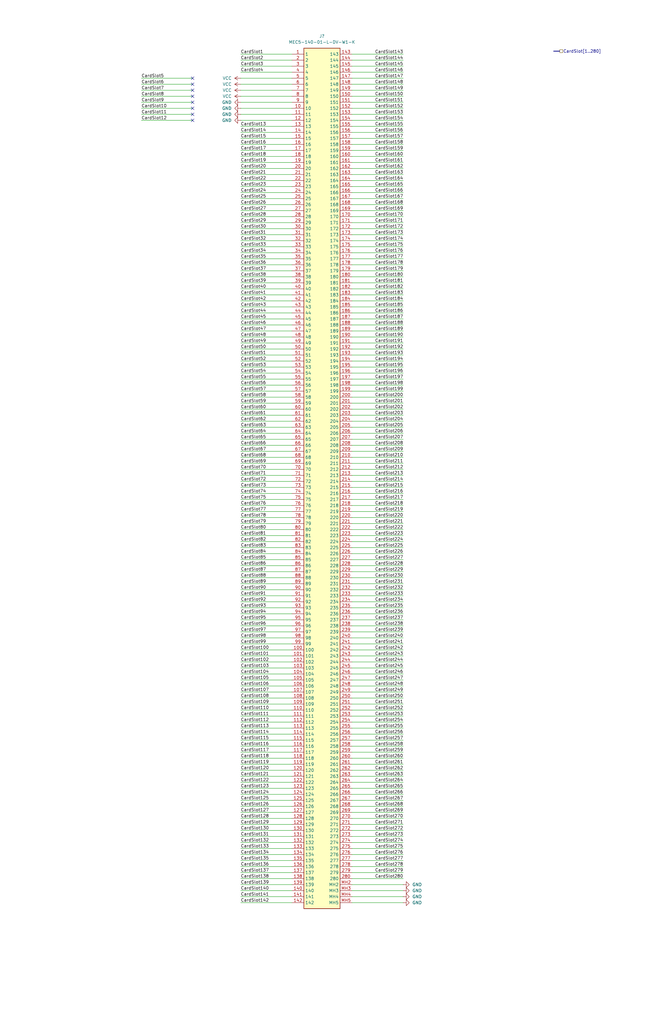
<source format=kicad_sch>
(kicad_sch (version 20250114) (generator "eeschema") (generator_version "9.0")
  (paper "USLedger" portrait)
  (title_block (date "2023-04-07") (rev "A"))
  (lib_symbols
    (symbol "Turtle16:MEC5-140-01-L-DV-W1-K"
      (property "Reference" "J" (at 21.59 7.62 0))
      (property "Value" "MEC5-140-01-L-DV-W1-K" (at 21.59 5.08 0))
      (symbol "MEC5-140-01-L-DV-W1-K_1_1"
        (rectangle (start 5.08 2.54) (end 20.32 -360.68) (stroke (width 0.254)) (fill (type background)))
        (pin passive line (at 0 0 0) (length 5.08) (name "1") (number "1"))
        (pin passive line (at 0 -2.54 0) (length 5.08) (name "2") (number "2"))
        (pin passive line (at 0 -5.08 0) (length 5.08) (name "3") (number "3"))
        (pin passive line (at 0 -7.62 0) (length 5.08) (name "4") (number "4"))
        (pin passive line (at 0 -10.16 0) (length 5.08) (name "5") (number "5"))
        (pin passive line (at 0 -12.7 0) (length 5.08) (name "6") (number "6"))
        (pin passive line (at 0 -15.24 0) (length 5.08) (name "7") (number "7"))
        (pin passive line (at 0 -17.78 0) (length 5.08) (name "8") (number "8"))
        (pin passive line (at 0 -20.32 0) (length 5.08) (name "9") (number "9"))
        (pin passive line (at 0 -22.86 0) (length 5.08) (name "10") (number "10"))
        (pin passive line (at 0 -25.4 0) (length 5.08) (name "11") (number "11"))
        (pin passive line (at 0 -27.94 0) (length 5.08) (name "12") (number "12"))
        (pin passive line (at 0 -30.48 0) (length 5.08) (name "13") (number "13"))
        (pin passive line (at 0 -33.02 0) (length 5.08) (name "14") (number "14"))
        (pin passive line (at 0 -35.56 0) (length 5.08) (name "15") (number "15"))
        (pin passive line (at 0 -38.1 0) (length 5.08) (name "16") (number "16"))
        (pin passive line (at 0 -40.64 0) (length 5.08) (name "17") (number "17"))
        (pin passive line (at 0 -43.18 0) (length 5.08) (name "18") (number "18"))
        (pin passive line (at 0 -45.72 0) (length 5.08) (name "19") (number "19"))
        (pin passive line (at 0 -48.26 0) (length 5.08) (name "20") (number "20"))
        (pin passive line (at 0 -50.8 0) (length 5.08) (name "21") (number "21"))
        (pin passive line (at 0 -53.34 0) (length 5.08) (name "22") (number "22"))
        (pin passive line (at 0 -55.88 0) (length 5.08) (name "23") (number "23"))
        (pin passive line (at 0 -58.42 0) (length 5.08) (name "24") (number "24"))
        (pin passive line (at 0 -60.96 0) (length 5.08) (name "25") (number "25"))
        (pin passive line (at 0 -63.5 0) (length 5.08) (name "26") (number "26"))
        (pin passive line (at 0 -66.04 0) (length 5.08) (name "27") (number "27"))
        (pin passive line (at 0 -68.58 0) (length 5.08) (name "28") (number "28"))
        (pin passive line (at 0 -71.12 0) (length 5.08) (name "29") (number "29"))
        (pin passive line (at 0 -73.66 0) (length 5.08) (name "30") (number "30"))
        (pin passive line (at 0 -76.2 0) (length 5.08) (name "31") (number "31"))
        (pin passive line (at 0 -78.74 0) (length 5.08) (name "32") (number "32"))
        (pin passive line (at 0 -81.28 0) (length 5.08) (name "33") (number "33"))
        (pin passive line (at 0 -83.82 0) (length 5.08) (name "34") (number "34"))
        (pin passive line (at 0 -86.36 0) (length 5.08) (name "35") (number "35"))
        (pin passive line (at 0 -88.9 0) (length 5.08) (name "36") (number "36"))
        (pin passive line (at 0 -91.44 0) (length 5.08) (name "37") (number "37"))
        (pin passive line (at 0 -93.98 0) (length 5.08) (name "38") (number "38"))
        (pin passive line (at 0 -96.52 0) (length 5.08) (name "39") (number "39"))
        (pin passive line (at 0 -99.06 0) (length 5.08) (name "40") (number "40"))
        (pin passive line (at 0 -101.6 0) (length 5.08) (name "41") (number "41"))
        (pin passive line (at 0 -104.14 0) (length 5.08) (name "42") (number "42"))
        (pin passive line (at 0 -106.68 0) (length 5.08) (name "43") (number "43"))
        (pin passive line (at 0 -109.22 0) (length 5.08) (name "44") (number "44"))
        (pin passive line (at 0 -111.76 0) (length 5.08) (name "45") (number "45"))
        (pin passive line (at 0 -114.3 0) (length 5.08) (name "46") (number "46"))
        (pin passive line (at 0 -116.84 0) (length 5.08) (name "47") (number "47"))
        (pin passive line (at 0 -119.38 0) (length 5.08) (name "48") (number "48"))
        (pin passive line (at 0 -121.92 0) (length 5.08) (name "49") (number "49"))
        (pin passive line (at 0 -124.46 0) (length 5.08) (name "50") (number "50"))
        (pin passive line (at 0 -127 0) (length 5.08) (name "51") (number "51"))
        (pin passive line (at 0 -129.54 0) (length 5.08) (name "52") (number "52"))
        (pin passive line (at 0 -132.08 0) (length 5.08) (name "53") (number "53"))
        (pin passive line (at 0 -134.62 0) (length 5.08) (name "54") (number "54"))
        (pin passive line (at 0 -137.16 0) (length 5.08) (name "55") (number "55"))
        (pin passive line (at 0 -139.7 0) (length 5.08) (name "56") (number "56"))
        (pin passive line (at 0 -142.24 0) (length 5.08) (name "57") (number "57"))
        (pin passive line (at 0 -144.78 0) (length 5.08) (name "58") (number "58"))
        (pin passive line (at 0 -147.32 0) (length 5.08) (name "59") (number "59"))
        (pin passive line (at 0 -149.86 0) (length 5.08) (name "60") (number "60"))
        (pin passive line (at 0 -152.4 0) (length 5.08) (name "61") (number "61"))
        (pin passive line (at 0 -154.94 0) (length 5.08) (name "62") (number "62"))
        (pin passive line (at 0 -157.48 0) (length 5.08) (name "63") (number "63"))
        (pin passive line (at 0 -160.02 0) (length 5.08) (name "64") (number "64"))
        (pin passive line (at 0 -162.56 0) (length 5.08) (name "65") (number "65"))
        (pin passive line (at 0 -165.1 0) (length 5.08) (name "66") (number "66"))
        (pin passive line (at 0 -167.64 0) (length 5.08) (name "67") (number "67"))
        (pin passive line (at 0 -170.18 0) (length 5.08) (name "68") (number "68"))
        (pin passive line (at 0 -172.72 0) (length 5.08) (name "69") (number "69"))
        (pin passive line (at 0 -175.26 0) (length 5.08) (name "70") (number "70"))
        (pin passive line (at 0 -177.8 0) (length 5.08) (name "71") (number "71"))
        (pin passive line (at 0 -180.34 0) (length 5.08) (name "72") (number "72"))
        (pin passive line (at 0 -182.88 0) (length 5.08) (name "73") (number "73"))
        (pin passive line (at 0 -185.42 0) (length 5.08) (name "74") (number "74"))
        (pin passive line (at 0 -187.96 0) (length 5.08) (name "75") (number "75"))
        (pin passive line (at 0 -190.5 0) (length 5.08) (name "76") (number "76"))
        (pin passive line (at 0 -193.04 0) (length 5.08) (name "77") (number "77"))
        (pin passive line (at 0 -195.58 0) (length 5.08) (name "78") (number "78"))
        (pin passive line (at 0 -198.12 0) (length 5.08) (name "79") (number "79"))
        (pin passive line (at 0 -200.66 0) (length 5.08) (name "80") (number "80"))
        (pin passive line (at 0 -203.2 0) (length 5.08) (name "81") (number "81"))
        (pin passive line (at 0 -205.74 0) (length 5.08) (name "82") (number "82"))
        (pin passive line (at 0 -208.28 0) (length 5.08) (name "83") (number "83"))
        (pin passive line (at 0 -210.82 0) (length 5.08) (name "84") (number "84"))
        (pin passive line (at 0 -213.36 0) (length 5.08) (name "85") (number "85"))
        (pin passive line (at 0 -215.9 0) (length 5.08) (name "86") (number "86"))
        (pin passive line (at 0 -218.44 0) (length 5.08) (name "87") (number "87"))
        (pin passive line (at 0 -220.98 0) (length 5.08) (name "88") (number "88"))
        (pin passive line (at 0 -223.52 0) (length 5.08) (name "89") (number "89"))
        (pin passive line (at 0 -226.06 0) (length 5.08) (name "90") (number "90"))
        (pin passive line (at 0 -228.6 0) (length 5.08) (name "91") (number "91"))
        (pin passive line (at 0 -231.14 0) (length 5.08) (name "92") (number "92"))
        (pin passive line (at 0 -233.68 0) (length 5.08) (name "93") (number "93"))
        (pin passive line (at 0 -236.22 0) (length 5.08) (name "94") (number "94"))
        (pin passive line (at 0 -238.76 0) (length 5.08) (name "95") (number "95"))
        (pin passive line (at 0 -241.3 0) (length 5.08) (name "96") (number "96"))
        (pin passive line (at 0 -243.84 0) (length 5.08) (name "97") (number "97"))
        (pin passive line (at 0 -246.38 0) (length 5.08) (name "98") (number "98"))
        (pin passive line (at 0 -248.92 0) (length 5.08) (name "99") (number "99"))
        (pin passive line (at 0 -251.46 0) (length 5.08) (name "100") (number "100"))
        (pin passive line (at 0 -254 0) (length 5.08) (name "101") (number "101"))
        (pin passive line (at 0 -256.54 0) (length 5.08) (name "102") (number "102"))
        (pin passive line (at 0 -259.08 0) (length 5.08) (name "103") (number "103"))
        (pin passive line (at 0 -261.62 0) (length 5.08) (name "104") (number "104"))
        (pin passive line (at 0 -264.16 0) (length 5.08) (name "105") (number "105"))
        (pin passive line (at 0 -266.7 0) (length 5.08) (name "106") (number "106"))
        (pin passive line (at 0 -269.24 0) (length 5.08) (name "107") (number "107"))
        (pin passive line (at 0 -271.78 0) (length 5.08) (name "108") (number "108"))
        (pin passive line (at 0 -274.32 0) (length 5.08) (name "109") (number "109"))
        (pin passive line (at 0 -276.86 0) (length 5.08) (name "110") (number "110"))
        (pin passive line (at 0 -279.4 0) (length 5.08) (name "111") (number "111"))
        (pin passive line (at 0 -281.94 0) (length 5.08) (name "112") (number "112"))
        (pin passive line (at 0 -284.48 0) (length 5.08) (name "113") (number "113"))
        (pin passive line (at 0 -287.02 0) (length 5.08) (name "114") (number "114"))
        (pin passive line (at 0 -289.56 0) (length 5.08) (name "115") (number "115"))
        (pin passive line (at 0 -292.1 0) (length 5.08) (name "116") (number "116"))
        (pin passive line (at 0 -294.64 0) (length 5.08) (name "117") (number "117"))
        (pin passive line (at 0 -297.18 0) (length 5.08) (name "118") (number "118"))
        (pin passive line (at 0 -299.72 0) (length 5.08) (name "119") (number "119"))
        (pin passive line (at 0 -302.26 0) (length 5.08) (name "120") (number "120"))
        (pin passive line (at 0 -304.8 0) (length 5.08) (name "121") (number "121"))
        (pin passive line (at 0 -307.34 0) (length 5.08) (name "122") (number "122"))
        (pin passive line (at 0 -309.88 0) (length 5.08) (name "123") (number "123"))
        (pin passive line (at 0 -312.42 0) (length 5.08) (name "124") (number "124"))
        (pin passive line (at 0 -314.96 0) (length 5.08) (name "125") (number "125"))
        (pin passive line (at 0 -317.5 0) (length 5.08) (name "126") (number "126"))
        (pin passive line (at 0 -320.04 0) (length 5.08) (name "127") (number "127"))
        (pin passive line (at 0 -322.58 0) (length 5.08) (name "128") (number "128"))
        (pin passive line (at 0 -325.12 0) (length 5.08) (name "129") (number "129"))
        (pin passive line (at 0 -327.66 0) (length 5.08) (name "130") (number "130"))
        (pin passive line (at 0 -330.2 0) (length 5.08) (name "131") (number "131"))
        (pin passive line (at 0 -332.74 0) (length 5.08) (name "132") (number "132"))
        (pin passive line (at 0 -335.28 0) (length 5.08) (name "133") (number "133"))
        (pin passive line (at 0 -337.82 0) (length 5.08) (name "134") (number "134"))
        (pin passive line (at 0 -340.36 0) (length 5.08) (name "135") (number "135"))
        (pin passive line (at 0 -342.9 0) (length 5.08) (name "136") (number "136"))
        (pin passive line (at 0 -345.44 0) (length 5.08) (name "137") (number "137"))
        (pin passive line (at 0 -347.98 0) (length 5.08) (name "138") (number "138"))
        (pin passive line (at 0 -350.52 0) (length 5.08) (name "139") (number "139"))
        (pin passive line (at 0 -353.06 0) (length 5.08) (name "140") (number "140"))
        (pin passive line (at 0 -355.6 0) (length 5.08) (name "141") (number "141"))
        (pin passive line (at 0 -358.14 0) (length 5.08) (name "142") (number "142"))
        (pin passive line (at 25.4 0 180) (length 5.08) (name "143") (number "143"))
        (pin passive line (at 25.4 -2.54 180) (length 5.08) (name "144") (number "144"))
        (pin passive line (at 25.4 -5.08 180) (length 5.08) (name "145") (number "145"))
        (pin passive line (at 25.4 -7.62 180) (length 5.08) (name "146") (number "146"))
        (pin passive line (at 25.4 -10.16 180) (length 5.08) (name "147") (number "147"))
        (pin passive line (at 25.4 -12.7 180) (length 5.08) (name "148") (number "148"))
        (pin passive line (at 25.4 -15.24 180) (length 5.08) (name "149") (number "149"))
        (pin passive line (at 25.4 -17.78 180) (length 5.08) (name "150") (number "150"))
        (pin passive line (at 25.4 -20.32 180) (length 5.08) (name "151") (number "151"))
        (pin passive line (at 25.4 -22.86 180) (length 5.08) (name "152") (number "152"))
        (pin passive line (at 25.4 -25.4 180) (length 5.08) (name "153") (number "153"))
        (pin passive line (at 25.4 -27.94 180) (length 5.08) (name "154") (number "154"))
        (pin passive line (at 25.4 -30.48 180) (length 5.08) (name "155") (number "155"))
        (pin passive line (at 25.4 -33.02 180) (length 5.08) (name "156") (number "156"))
        (pin passive line (at 25.4 -35.56 180) (length 5.08) (name "157") (number "157"))
        (pin passive line (at 25.4 -38.1 180) (length 5.08) (name "158") (number "158"))
        (pin passive line (at 25.4 -40.64 180) (length 5.08) (name "159") (number "159"))
        (pin passive line (at 25.4 -43.18 180) (length 5.08) (name "160") (number "160"))
        (pin passive line (at 25.4 -45.72 180) (length 5.08) (name "161") (number "161"))
        (pin passive line (at 25.4 -48.26 180) (length 5.08) (name "162") (number "162"))
        (pin passive line (at 25.4 -50.8 180) (length 5.08) (name "163") (number "163"))
        (pin passive line (at 25.4 -53.34 180) (length 5.08) (name "164") (number "164"))
        (pin passive line (at 25.4 -55.88 180) (length 5.08) (name "165") (number "165"))
        (pin passive line (at 25.4 -58.42 180) (length 5.08) (name "166") (number "166"))
        (pin passive line (at 25.4 -60.96 180) (length 5.08) (name "167") (number "167"))
        (pin passive line (at 25.4 -63.5 180) (length 5.08) (name "168") (number "168"))
        (pin passive line (at 25.4 -66.04 180) (length 5.08) (name "169") (number "169"))
        (pin passive line (at 25.4 -68.58 180) (length 5.08) (name "170") (number "170"))
        (pin passive line (at 25.4 -71.12 180) (length 5.08) (name "171") (number "171"))
        (pin passive line (at 25.4 -73.66 180) (length 5.08) (name "172") (number "172"))
        (pin passive line (at 25.4 -76.2 180) (length 5.08) (name "173") (number "173"))
        (pin passive line (at 25.4 -78.74 180) (length 5.08) (name "174") (number "174"))
        (pin passive line (at 25.4 -81.28 180) (length 5.08) (name "175") (number "175"))
        (pin passive line (at 25.4 -83.82 180) (length 5.08) (name "176") (number "176"))
        (pin passive line (at 25.4 -86.36 180) (length 5.08) (name "177") (number "177"))
        (pin passive line (at 25.4 -88.9 180) (length 5.08) (name "178") (number "178"))
        (pin passive line (at 25.4 -91.44 180) (length 5.08) (name "179") (number "179"))
        (pin passive line (at 25.4 -93.98 180) (length 5.08) (name "180") (number "180"))
        (pin passive line (at 25.4 -96.52 180) (length 5.08) (name "181") (number "181"))
        (pin passive line (at 25.4 -99.06 180) (length 5.08) (name "182") (number "182"))
        (pin passive line (at 25.4 -101.6 180) (length 5.08) (name "183") (number "183"))
        (pin passive line (at 25.4 -104.14 180) (length 5.08) (name "184") (number "184"))
        (pin passive line (at 25.4 -106.68 180) (length 5.08) (name "185") (number "185"))
        (pin passive line (at 25.4 -109.22 180) (length 5.08) (name "186") (number "186"))
        (pin passive line (at 25.4 -111.76 180) (length 5.08) (name "187") (number "187"))
        (pin passive line (at 25.4 -114.3 180) (length 5.08) (name "188") (number "188"))
        (pin passive line (at 25.4 -116.84 180) (length 5.08) (name "189") (number "189"))
        (pin passive line (at 25.4 -119.38 180) (length 5.08) (name "190") (number "190"))
        (pin passive line (at 25.4 -121.92 180) (length 5.08) (name "191") (number "191"))
        (pin passive line (at 25.4 -124.46 180) (length 5.08) (name "192") (number "192"))
        (pin passive line (at 25.4 -127 180) (length 5.08) (name "193") (number "193"))
        (pin passive line (at 25.4 -129.54 180) (length 5.08) (name "194") (number "194"))
        (pin passive line (at 25.4 -132.08 180) (length 5.08) (name "195") (number "195"))
        (pin passive line (at 25.4 -134.62 180) (length 5.08) (name "196") (number "196"))
        (pin passive line (at 25.4 -137.16 180) (length 5.08) (name "197") (number "197"))
        (pin passive line (at 25.4 -139.7 180) (length 5.08) (name "198") (number "198"))
        (pin passive line (at 25.4 -142.24 180) (length 5.08) (name "199") (number "199"))
        (pin passive line (at 25.4 -144.78 180) (length 5.08) (name "200") (number "200"))
        (pin passive line (at 25.4 -147.32 180) (length 5.08) (name "201") (number "201"))
        (pin passive line (at 25.4 -149.86 180) (length 5.08) (name "202") (number "202"))
        (pin passive line (at 25.4 -152.4 180) (length 5.08) (name "203") (number "203"))
        (pin passive line (at 25.4 -154.94 180) (length 5.08) (name "204") (number "204"))
        (pin passive line (at 25.4 -157.48 180) (length 5.08) (name "205") (number "205"))
        (pin passive line (at 25.4 -160.02 180) (length 5.08) (name "206") (number "206"))
        (pin passive line (at 25.4 -162.56 180) (length 5.08) (name "207") (number "207"))
        (pin passive line (at 25.4 -165.1 180) (length 5.08) (name "208") (number "208"))
        (pin passive line (at 25.4 -167.64 180) (length 5.08) (name "209") (number "209"))
        (pin passive line (at 25.4 -170.18 180) (length 5.08) (name "210") (number "210"))
        (pin passive line (at 25.4 -172.72 180) (length 5.08) (name "211") (number "211"))
        (pin passive line (at 25.4 -175.26 180) (length 5.08) (name "212") (number "212"))
        (pin passive line (at 25.4 -177.8 180) (length 5.08) (name "213") (number "213"))
        (pin passive line (at 25.4 -180.34 180) (length 5.08) (name "214") (number "214"))
        (pin passive line (at 25.4 -182.88 180) (length 5.08) (name "215") (number "215"))
        (pin passive line (at 25.4 -185.42 180) (length 5.08) (name "216") (number "216"))
        (pin passive line (at 25.4 -187.96 180) (length 5.08) (name "217") (number "217"))
        (pin passive line (at 25.4 -190.5 180) (length 5.08) (name "218") (number "218"))
        (pin passive line (at 25.4 -193.04 180) (length 5.08) (name "219") (number "219"))
        (pin passive line (at 25.4 -195.58 180) (length 5.08) (name "220") (number "220"))
        (pin passive line (at 25.4 -198.12 180) (length 5.08) (name "221") (number "221"))
        (pin passive line (at 25.4 -200.66 180) (length 5.08) (name "222") (number "222"))
        (pin passive line (at 25.4 -203.2 180) (length 5.08) (name "223") (number "223"))
        (pin passive line (at 25.4 -205.74 180) (length 5.08) (name "224") (number "224"))
        (pin passive line (at 25.4 -208.28 180) (length 5.08) (name "225") (number "225"))
        (pin passive line (at 25.4 -210.82 180) (length 5.08) (name "226") (number "226"))
        (pin passive line (at 25.4 -213.36 180) (length 5.08) (name "227") (number "227"))
        (pin passive line (at 25.4 -215.9 180) (length 5.08) (name "228") (number "228"))
        (pin passive line (at 25.4 -218.44 180) (length 5.08) (name "229") (number "229"))
        (pin passive line (at 25.4 -220.98 180) (length 5.08) (name "230") (number "230"))
        (pin passive line (at 25.4 -223.52 180) (length 5.08) (name "231") (number "231"))
        (pin passive line (at 25.4 -226.06 180) (length 5.08) (name "232") (number "232"))
        (pin passive line (at 25.4 -228.6 180) (length 5.08) (name "233") (number "233"))
        (pin passive line (at 25.4 -231.14 180) (length 5.08) (name "234") (number "234"))
        (pin passive line (at 25.4 -233.68 180) (length 5.08) (name "235") (number "235"))
        (pin passive line (at 25.4 -236.22 180) (length 5.08) (name "236") (number "236"))
        (pin passive line (at 25.4 -238.76 180) (length 5.08) (name "237") (number "237"))
        (pin passive line (at 25.4 -241.3 180) (length 5.08) (name "238") (number "238"))
        (pin passive line (at 25.4 -243.84 180) (length 5.08) (name "239") (number "239"))
        (pin passive line (at 25.4 -246.38 180) (length 5.08) (name "240") (number "240"))
        (pin passive line (at 25.4 -248.92 180) (length 5.08) (name "241") (number "241"))
        (pin passive line (at 25.4 -251.46 180) (length 5.08) (name "242") (number "242"))
        (pin passive line (at 25.4 -254 180) (length 5.08) (name "243") (number "243"))
        (pin passive line (at 25.4 -256.54 180) (length 5.08) (name "244") (number "244"))
        (pin passive line (at 25.4 -259.08 180) (length 5.08) (name "245") (number "245"))
        (pin passive line (at 25.4 -261.62 180) (length 5.08) (name "246") (number "246"))
        (pin passive line (at 25.4 -264.16 180) (length 5.08) (name "247") (number "247"))
        (pin passive line (at 25.4 -266.7 180) (length 5.08) (name "248") (number "248"))
        (pin passive line (at 25.4 -269.24 180) (length 5.08) (name "249") (number "249"))
        (pin passive line (at 25.4 -271.78 180) (length 5.08) (name "250") (number "250"))
        (pin passive line (at 25.4 -274.32 180) (length 5.08) (name "251") (number "251"))
        (pin passive line (at 25.4 -276.86 180) (length 5.08) (name "252") (number "252"))
        (pin passive line (at 25.4 -279.4 180) (length 5.08) (name "253") (number "253"))
        (pin passive line (at 25.4 -281.94 180) (length 5.08) (name "254") (number "254"))
        (pin passive line (at 25.4 -284.48 180) (length 5.08) (name "255") (number "255"))
        (pin passive line (at 25.4 -287.02 180) (length 5.08) (name "256") (number "256"))
        (pin passive line (at 25.4 -289.56 180) (length 5.08) (name "257") (number "257"))
        (pin passive line (at 25.4 -292.1 180) (length 5.08) (name "258") (number "258"))
        (pin passive line (at 25.4 -294.64 180) (length 5.08) (name "259") (number "259"))
        (pin passive line (at 25.4 -297.18 180) (length 5.08) (name "260") (number "260"))
        (pin passive line (at 25.4 -299.72 180) (length 5.08) (name "261") (number "261"))
        (pin passive line (at 25.4 -302.26 180) (length 5.08) (name "262") (number "262"))
        (pin passive line (at 25.4 -304.8 180) (length 5.08) (name "263") (number "263"))
        (pin passive line (at 25.4 -307.34 180) (length 5.08) (name "264") (number "264"))
        (pin passive line (at 25.4 -309.88 180) (length 5.08) (name "265") (number "265"))
        (pin passive line (at 25.4 -312.42 180) (length 5.08) (name "266") (number "266"))
        (pin passive line (at 25.4 -314.96 180) (length 5.08) (name "267") (number "267"))
        (pin passive line (at 25.4 -317.5 180) (length 5.08) (name "268") (number "268"))
        (pin passive line (at 25.4 -320.04 180) (length 5.08) (name "269") (number "269"))
        (pin passive line (at 25.4 -322.58 180) (length 5.08) (name "270") (number "270"))
        (pin passive line (at 25.4 -325.12 180) (length 5.08) (name "271") (number "271"))
        (pin passive line (at 25.4 -327.66 180) (length 5.08) (name "272") (number "272"))
        (pin passive line (at 25.4 -330.2 180) (length 5.08) (name "273") (number "273"))
        (pin passive line (at 25.4 -332.74 180) (length 5.08) (name "274") (number "274"))
        (pin passive line (at 25.4 -335.28 180) (length 5.08) (name "275") (number "275"))
        (pin passive line (at 25.4 -337.82 180) (length 5.08) (name "276") (number "276"))
        (pin passive line (at 25.4 -340.36 180) (length 5.08) (name "277") (number "277"))
        (pin passive line (at 25.4 -342.9 180) (length 5.08) (name "278") (number "278"))
        (pin passive line (at 25.4 -345.44 180) (length 5.08) (name "279") (number "279"))
        (pin passive line (at 25.4 -347.98 180) (length 5.08) (name "280") (number "280"))
        (pin passive line (at 25.4 -350.52 180) (length 5.08) (name "MH2") (number "MH2"))
        (pin passive line (at 25.4 -353.06 180) (length 5.08) (name "MH3") (number "MH3"))
        (pin passive line (at 25.4 -355.6 180) (length 5.08) (name "MH4") (number "MH4"))
        (pin passive line (at 25.4 -358.14 180) (length 5.08) (name "MH5") (number "MH5"))
      )
    )
    (symbol "power:GND" (power) (pin_numbers (hide yes)) (pin_names (offset 0) (hide yes))
      (property "Value" "GND" (at 0 -3.81 0))
      (symbol "GND_0_1"
        (polyline (pts (xy 0 0) (xy 0 -1.27) (xy 1.27 -1.27) (xy 0 -2.54) (xy -1.27 -1.27) (xy 0 -1.27)))
      )
      (symbol "GND_1_1"
        (pin power_in line (at 0 0 270) (length 0) (name "~") (number "1"))
      )
    )
    (symbol "power:VCC" (power) (pin_numbers (hide yes)) (pin_names (offset 0) (hide yes))
      (property "Value" "VCC" (at 0 3.556 0))
      (symbol "VCC_0_1"
        (polyline (pts (xy -0.762 1.27) (xy 0 2.54)))
        (polyline (pts (xy 0 2.54) (xy 0.762 1.27)))
        (polyline (pts (xy 0 0) (xy 0 2.54)))
      )
      (symbol "VCC_1_1"
        (pin power_in line (at 0 0 90) (length 0) (name "~") (number "1"))
      )
    )
  )
  (no_connect (at 81.28 35.56))
  (no_connect (at 81.28 38.1))
  (no_connect (at 81.28 48.26))
  (no_connect (at 81.28 50.8))
  (no_connect (at 81.28 40.64))
  (no_connect (at 81.28 43.18))
  (no_connect (at 81.28 45.72))
  (no_connect (at 81.28 33.02))
  (wire (pts (xy 101.6 187.96) (xy 123.19 187.96)))
  (wire (pts (xy 101.6 200.66) (xy 123.19 200.66)))
  (wire (pts (xy 170.18 121.92) (xy 148.59 121.92)))
  (wire (pts (xy 170.18 106.68) (xy 148.59 106.68)))
  (wire (pts (xy 101.6 226.06) (xy 123.19 226.06)))
  (wire (pts (xy 101.6 347.98) (xy 123.19 347.98)))
  (wire (pts (xy 101.6 325.12) (xy 123.19 325.12)))
  (wire (pts (xy 170.18 289.56) (xy 148.59 289.56)))
  (wire (pts (xy 170.18 93.98) (xy 148.59 93.98)))
  (wire (pts (xy 101.6 177.8) (xy 123.19 177.8)))
  (wire (pts (xy 101.6 337.82) (xy 123.19 337.82)))
  (wire (pts (xy 101.6 363.22) (xy 123.19 363.22)))
  (wire (pts (xy 170.18 350.52) (xy 148.59 350.52)))
  (wire (pts (xy 170.18 134.62) (xy 148.59 134.62)))
  (wire (pts (xy 101.6 160.02) (xy 123.19 160.02)))
  (wire (pts (xy 101.6 266.7) (xy 123.19 266.7)))
  (wire (pts (xy 170.18 208.28) (xy 148.59 208.28)))
  (wire (pts (xy 101.6 121.92) (xy 123.19 121.92)))
  (wire (pts (xy 101.6 40.64) (xy 123.19 40.64)))
  (wire (pts (xy 101.6 193.04) (xy 123.19 193.04)))
  (wire (pts (xy 170.18 381) (xy 148.59 381)))
  (wire (pts (xy 101.6 195.58) (xy 123.19 195.58)))
  (wire (pts (xy 101.6 106.68) (xy 123.19 106.68)))
  (wire (pts (xy 170.18 342.9) (xy 148.59 342.9)))
  (wire (pts (xy 101.6 378.46) (xy 123.19 378.46)))
  (wire (pts (xy 170.18 325.12) (xy 148.59 325.12)))
  (wire (pts (xy 170.18 142.24) (xy 148.59 142.24)))
  (wire (pts (xy 101.6 281.94) (xy 123.19 281.94)))
  (wire (pts (xy 170.18 167.64) (xy 148.59 167.64)))
  (wire (pts (xy 170.18 99.06) (xy 148.59 99.06)))
  (wire (pts (xy 101.6 284.48) (xy 123.19 284.48)))
  (wire (pts (xy 101.6 142.24) (xy 123.19 142.24)))
  (wire (pts (xy 59.69 40.64) (xy 81.28 40.64)))
  (wire (pts (xy 170.18 363.22) (xy 148.59 363.22)))
  (wire (pts (xy 101.6 109.22) (xy 123.19 109.22)))
  (wire (pts (xy 170.18 378.46) (xy 148.59 378.46)))
  (wire (pts (xy 101.6 127) (xy 123.19 127)))
  (wire (pts (xy 101.6 320.04) (xy 123.19 320.04)))
  (wire (pts (xy 170.18 114.3) (xy 148.59 114.3)))
  (wire (pts (xy 170.18 360.68) (xy 148.59 360.68)))
  (wire (pts (xy 170.18 129.54) (xy 148.59 129.54)))
  (wire (pts (xy 101.6 76.2) (xy 123.19 76.2)))
  (wire (pts (xy 170.18 340.36) (xy 148.59 340.36)))
  (wire (pts (xy 101.6 147.32) (xy 123.19 147.32)))
  (wire (pts (xy 101.6 58.42) (xy 123.19 58.42)))
  (wire (pts (xy 101.6 327.66) (xy 123.19 327.66)))
  (wire (pts (xy 101.6 132.08) (xy 123.19 132.08)))
  (wire (pts (xy 101.6 129.54) (xy 123.19 129.54)))
  (wire (pts (xy 101.6 116.84) (xy 123.19 116.84)))
  (wire (pts (xy 101.6 170.18) (xy 123.19 170.18)))
  (wire (pts (xy 101.6 48.26) (xy 123.19 48.26)))
  (wire (pts (xy 101.6 274.32) (xy 123.19 274.32)))
  (wire (pts (xy 170.18 58.42) (xy 148.59 58.42)))
  (wire (pts (xy 170.18 200.66) (xy 148.59 200.66)))
  (wire (pts (xy 170.18 104.14) (xy 148.59 104.14)))
  (wire (pts (xy 170.18 154.94) (xy 148.59 154.94)))
  (wire (pts (xy 101.6 358.14) (xy 123.19 358.14)))
  (wire (pts (xy 170.18 25.4) (xy 148.59 25.4)))
  (wire (pts (xy 170.18 251.46) (xy 148.59 251.46)))
  (wire (pts (xy 170.18 271.78) (xy 148.59 271.78)))
  (wire (pts (xy 101.6 198.12) (xy 123.19 198.12)))
  (wire (pts (xy 170.18 147.32) (xy 148.59 147.32)))
  (wire (pts (xy 101.6 381) (xy 123.19 381)))
  (wire (pts (xy 170.18 312.42) (xy 148.59 312.42)))
  (wire (pts (xy 170.18 96.52) (xy 148.59 96.52)))
  (wire (pts (xy 101.6 248.92) (xy 123.19 248.92)))
  (wire (pts (xy 170.18 269.24) (xy 148.59 269.24)))
  (wire (pts (xy 59.69 33.02) (xy 81.28 33.02)))
  (wire (pts (xy 101.6 289.56) (xy 123.19 289.56)))
  (wire (pts (xy 170.18 238.76) (xy 148.59 238.76)))
  (wire (pts (xy 170.18 281.94) (xy 148.59 281.94)))
  (wire (pts (xy 101.6 165.1) (xy 123.19 165.1)))
  (wire (pts (xy 101.6 157.48) (xy 123.19 157.48)))
  (wire (pts (xy 101.6 22.86) (xy 123.19 22.86)))
  (wire (pts (xy 101.6 185.42) (xy 123.19 185.42)))
  (wire (pts (xy 101.6 332.74) (xy 123.19 332.74)))
  (wire (pts (xy 170.18 332.74) (xy 148.59 332.74)))
  (wire (pts (xy 170.18 353.06) (xy 148.59 353.06)))
  (wire (pts (xy 101.6 25.4) (xy 123.19 25.4)))
  (wire (pts (xy 170.18 254) (xy 148.59 254)))
  (wire (pts (xy 170.18 111.76) (xy 148.59 111.76)))
  (wire (pts (xy 170.18 63.5) (xy 148.59 63.5)))
  (wire (pts (xy 101.6 208.28) (xy 123.19 208.28)))
  (wire (pts (xy 101.6 93.98) (xy 123.19 93.98)))
  (wire (pts (xy 101.6 38.1) (xy 123.19 38.1)))
  (wire (pts (xy 170.18 137.16) (xy 148.59 137.16)))
  (wire (pts (xy 101.6 96.52) (xy 123.19 96.52)))
  (wire (pts (xy 170.18 109.22) (xy 148.59 109.22)))
  (wire (pts (xy 101.6 231.14) (xy 123.19 231.14)))
  (wire (pts (xy 101.6 259.08) (xy 123.19 259.08)))
  (wire (pts (xy 101.6 124.46) (xy 123.19 124.46)))
  (wire (pts (xy 101.6 241.3) (xy 123.19 241.3)))
  (wire (pts (xy 170.18 60.96) (xy 148.59 60.96)))
  (wire (pts (xy 170.18 193.04) (xy 148.59 193.04)))
  (wire (pts (xy 170.18 132.08) (xy 148.59 132.08)))
  (wire (pts (xy 170.18 170.18) (xy 148.59 170.18)))
  (wire (pts (xy 101.6 345.44) (xy 123.19 345.44)))
  (wire (pts (xy 170.18 68.58) (xy 148.59 68.58)))
  (wire (pts (xy 170.18 33.02) (xy 148.59 33.02)))
  (wire (pts (xy 101.6 243.84) (xy 123.19 243.84)))
  (wire (pts (xy 170.18 284.48) (xy 148.59 284.48)))
  (wire (pts (xy 170.18 347.98) (xy 148.59 347.98)))
  (wire (pts (xy 170.18 279.4) (xy 148.59 279.4)))
  (wire (pts (xy 101.6 294.64) (xy 123.19 294.64)))
  (wire (pts (xy 170.18 124.46) (xy 148.59 124.46)))
  (wire (pts (xy 101.6 68.58) (xy 123.19 68.58)))
  (wire (pts (xy 101.6 144.78) (xy 123.19 144.78)))
  (wire (pts (xy 101.6 154.94) (xy 123.19 154.94)))
  (wire (pts (xy 170.18 71.12) (xy 148.59 71.12)))
  (wire (pts (xy 101.6 83.82) (xy 123.19 83.82)))
  (wire (pts (xy 170.18 370.84) (xy 148.59 370.84)))
  (wire (pts (xy 170.18 337.82) (xy 148.59 337.82)))
  (wire (pts (xy 170.18 187.96) (xy 148.59 187.96)))
  (wire (pts (xy 170.18 220.98) (xy 148.59 220.98)))
  (wire (pts (xy 170.18 139.7) (xy 148.59 139.7)))
  (wire (pts (xy 101.6 254) (xy 123.19 254)))
  (wire (pts (xy 101.6 330.2) (xy 123.19 330.2)))
  (wire (pts (xy 170.18 355.6) (xy 148.59 355.6)))
  (wire (pts (xy 170.18 375.92) (xy 148.59 375.92)))
  (wire (pts (xy 101.6 78.74) (xy 123.19 78.74)))
  (wire (pts (xy 101.6 355.6) (xy 123.19 355.6)))
  (wire (pts (xy 170.18 50.8) (xy 148.59 50.8)))
  (wire (pts (xy 101.6 134.62) (xy 123.19 134.62)))
  (wire (pts (xy 170.18 160.02) (xy 148.59 160.02)))
  (wire (pts (xy 170.18 73.66) (xy 148.59 73.66)))
  (wire (pts (xy 101.6 55.88) (xy 123.19 55.88)))
  (wire (pts (xy 101.6 299.72) (xy 123.19 299.72)))
  (wire (pts (xy 101.6 104.14) (xy 123.19 104.14)))
  (wire (pts (xy 101.6 139.7) (xy 123.19 139.7)))
  (wire (pts (xy 101.6 314.96) (xy 123.19 314.96)))
  (wire (pts (xy 170.18 264.16) (xy 148.59 264.16)))
  (wire (pts (xy 170.18 345.44) (xy 148.59 345.44)))
  (wire (pts (xy 170.18 88.9) (xy 148.59 88.9)))
  (wire (pts (xy 101.6 71.12) (xy 123.19 71.12)))
  (wire (pts (xy 101.6 375.92) (xy 123.19 375.92)))
  (wire (pts (xy 101.6 172.72) (xy 123.19 172.72)))
  (wire (pts (xy 170.18 233.68) (xy 148.59 233.68)))
  (wire (pts (xy 101.6 162.56) (xy 123.19 162.56)))
  (wire (pts (xy 170.18 274.32) (xy 148.59 274.32)))
  (wire (pts (xy 59.69 38.1) (xy 81.28 38.1)))
  (wire (pts (xy 170.18 86.36) (xy 148.59 86.36)))
  (wire (pts (xy 101.6 215.9) (xy 123.19 215.9)))
  (wire (pts (xy 170.18 228.6) (xy 148.59 228.6)))
  (wire (pts (xy 101.6 149.86) (xy 123.19 149.86)))
  (wire (pts (xy 101.6 269.24) (xy 123.19 269.24)))
  (wire (pts (xy 101.6 373.38) (xy 123.19 373.38)))
  (wire (pts (xy 170.18 330.2) (xy 148.59 330.2)))
  (wire (pts (xy 101.6 292.1) (xy 123.19 292.1)))
  (wire (pts (xy 101.6 256.54) (xy 123.19 256.54)))
  (wire (pts (xy 170.18 40.64) (xy 148.59 40.64)))
  (wire (pts (xy 101.6 365.76) (xy 123.19 365.76)))
  (wire (pts (xy 101.6 66.04) (xy 123.19 66.04)))
  (wire (pts (xy 59.69 43.18) (xy 81.28 43.18)))
  (wire (pts (xy 101.6 91.44) (xy 123.19 91.44)))
  (wire (pts (xy 170.18 53.34) (xy 148.59 53.34)))
  (wire (pts (xy 101.6 137.16) (xy 123.19 137.16)))
  (wire (pts (xy 101.6 350.52) (xy 123.19 350.52)))
  (wire (pts (xy 170.18 335.28) (xy 148.59 335.28)))
  (wire (pts (xy 170.18 266.7) (xy 148.59 266.7)))
  (wire (pts (xy 170.18 55.88) (xy 148.59 55.88)))
  (wire (pts (xy 170.18 213.36) (xy 148.59 213.36)))
  (wire (pts (xy 170.18 27.94) (xy 148.59 27.94)))
  (bus (pts (xy 236.22 21.59) (xy 233.68 21.59)))
  (wire (pts (xy 101.6 317.5) (xy 123.19 317.5)))
  (wire (pts (xy 101.6 368.3) (xy 123.19 368.3)))
  (wire (pts (xy 170.18 215.9) (xy 148.59 215.9)))
  (wire (pts (xy 170.18 45.72) (xy 148.59 45.72)))
  (wire (pts (xy 170.18 373.38) (xy 148.59 373.38)))
  (wire (pts (xy 101.6 220.98) (xy 123.19 220.98)))
  (wire (pts (xy 101.6 182.88) (xy 123.19 182.88)))
  (wire (pts (xy 101.6 203.2) (xy 123.19 203.2)))
  (wire (pts (xy 170.18 259.08) (xy 148.59 259.08)))
  (wire (pts (xy 101.6 309.88) (xy 123.19 309.88)))
  (wire (pts (xy 101.6 33.02) (xy 123.19 33.02)))
  (wire (pts (xy 170.18 248.92) (xy 148.59 248.92)))
  (wire (pts (xy 101.6 276.86) (xy 123.19 276.86)))
  (wire (pts (xy 170.18 236.22) (xy 148.59 236.22)))
  (wire (pts (xy 170.18 287.02) (xy 148.59 287.02)))
  (wire (pts (xy 101.6 228.6) (xy 123.19 228.6)))
  (wire (pts (xy 101.6 302.26) (xy 123.19 302.26)))
  (wire (pts (xy 59.69 50.8) (xy 81.28 50.8)))
  (wire (pts (xy 101.6 175.26) (xy 123.19 175.26)))
  (wire (pts (xy 101.6 152.4) (xy 123.19 152.4)))
  (wire (pts (xy 170.18 195.58) (xy 148.59 195.58)))
  (wire (pts (xy 170.18 302.26) (xy 148.59 302.26)))
  (wire (pts (xy 170.18 297.18) (xy 148.59 297.18)))
  (wire (pts (xy 170.18 256.54) (xy 148.59 256.54)))
  (wire (pts (xy 170.18 38.1) (xy 148.59 38.1)))
  (wire (pts (xy 170.18 205.74) (xy 148.59 205.74)))
  (wire (pts (xy 101.6 88.9) (xy 123.19 88.9)))
  (wire (pts (xy 170.18 185.42) (xy 148.59 185.42)))
  (wire (pts (xy 170.18 304.8) (xy 148.59 304.8)))
  (wire (pts (xy 170.18 307.34) (xy 148.59 307.34)))
  (wire (pts (xy 170.18 241.3) (xy 148.59 241.3)))
  (wire (pts (xy 101.6 307.34) (xy 123.19 307.34)))
  (wire (pts (xy 101.6 218.44) (xy 123.19 218.44)))
  (wire (pts (xy 170.18 91.44) (xy 148.59 91.44)))
  (wire (pts (xy 170.18 30.48) (xy 148.59 30.48)))
  (wire (pts (xy 170.18 149.86) (xy 148.59 149.86)))
  (wire (pts (xy 101.6 340.36) (xy 123.19 340.36)))
  (wire (pts (xy 101.6 190.5) (xy 123.19 190.5)))
  (wire (pts (xy 170.18 144.78) (xy 148.59 144.78)))
  (wire (pts (xy 170.18 172.72) (xy 148.59 172.72)))
  (wire (pts (xy 101.6 353.06) (xy 123.19 353.06)))
  (wire (pts (xy 170.18 175.26) (xy 148.59 175.26)))
  (wire (pts (xy 101.6 360.68) (xy 123.19 360.68)))
  (wire (pts (xy 101.6 73.66) (xy 123.19 73.66)))
  (wire (pts (xy 101.6 238.76) (xy 123.19 238.76)))
  (wire (pts (xy 170.18 246.38) (xy 148.59 246.38)))
  (wire (pts (xy 170.18 365.76) (xy 148.59 365.76)))
  (wire (pts (xy 101.6 45.72) (xy 123.19 45.72)))
  (wire (pts (xy 101.6 246.38) (xy 123.19 246.38)))
  (wire (pts (xy 59.69 45.72) (xy 81.28 45.72)))
  (wire (pts (xy 101.6 30.48) (xy 123.19 30.48)))
  (wire (pts (xy 101.6 43.18) (xy 123.19 43.18)))
  (wire (pts (xy 170.18 317.5) (xy 148.59 317.5)))
  (wire (pts (xy 101.6 213.36) (xy 123.19 213.36)))
  (wire (pts (xy 170.18 83.82) (xy 148.59 83.82)))
  (wire (pts (xy 170.18 35.56) (xy 148.59 35.56)))
  (wire (pts (xy 170.18 76.2) (xy 148.59 76.2)))
  (wire (pts (xy 170.18 210.82) (xy 148.59 210.82)))
  (wire (pts (xy 101.6 210.82) (xy 123.19 210.82)))
  (wire (pts (xy 101.6 261.62) (xy 123.19 261.62)))
  (wire (pts (xy 101.6 101.6) (xy 123.19 101.6)))
  (wire (pts (xy 101.6 233.68) (xy 123.19 233.68)))
  (wire (pts (xy 170.18 182.88) (xy 148.59 182.88)))
  (wire (pts (xy 170.18 165.1) (xy 148.59 165.1)))
  (wire (pts (xy 170.18 116.84) (xy 148.59 116.84)))
  (wire (pts (xy 101.6 205.74) (xy 123.19 205.74)))
  (wire (pts (xy 101.6 335.28) (xy 123.19 335.28)))
  (wire (pts (xy 170.18 320.04) (xy 148.59 320.04)))
  (wire (pts (xy 101.6 99.06) (xy 123.19 99.06)))
  (wire (pts (xy 170.18 309.88) (xy 148.59 309.88)))
  (wire (pts (xy 170.18 327.66) (xy 148.59 327.66)))
  (wire (pts (xy 101.6 60.96) (xy 123.19 60.96)))
  (wire (pts (xy 170.18 294.64) (xy 148.59 294.64)))
  (wire (pts (xy 101.6 81.28) (xy 123.19 81.28)))
  (wire (pts (xy 170.18 190.5) (xy 148.59 190.5)))
  (wire (pts (xy 101.6 86.36) (xy 123.19 86.36)))
  (wire (pts (xy 101.6 119.38) (xy 123.19 119.38)))
  (wire (pts (xy 101.6 271.78) (xy 123.19 271.78)))
  (wire (pts (xy 170.18 81.28) (xy 148.59 81.28)))
  (wire (pts (xy 170.18 223.52) (xy 148.59 223.52)))
  (wire (pts (xy 101.6 342.9) (xy 123.19 342.9)))
  (wire (pts (xy 170.18 43.18) (xy 148.59 43.18)))
  (wire (pts (xy 170.18 231.14) (xy 148.59 231.14)))
  (wire (pts (xy 101.6 304.8) (xy 123.19 304.8)))
  (wire (pts (xy 59.69 48.26) (xy 81.28 48.26)))
  (wire (pts (xy 170.18 292.1) (xy 148.59 292.1)))
  (wire (pts (xy 59.69 35.56) (xy 81.28 35.56)))
  (wire (pts (xy 170.18 322.58) (xy 148.59 322.58)))
  (wire (pts (xy 101.6 111.76) (xy 123.19 111.76)))
  (wire (pts (xy 170.18 276.86) (xy 148.59 276.86)))
  (wire (pts (xy 101.6 312.42) (xy 123.19 312.42)))
  (wire (pts (xy 170.18 162.56) (xy 148.59 162.56)))
  (wire (pts (xy 101.6 50.8) (xy 123.19 50.8)))
  (wire (pts (xy 101.6 236.22) (xy 123.19 236.22)))
  (wire (pts (xy 170.18 101.6) (xy 148.59 101.6)))
  (wire (pts (xy 101.6 370.84) (xy 123.19 370.84)))
  (wire (pts (xy 101.6 264.16) (xy 123.19 264.16)))
  (wire (pts (xy 101.6 297.18) (xy 123.19 297.18)))
  (wire (pts (xy 170.18 152.4) (xy 148.59 152.4)))
  (wire (pts (xy 170.18 119.38) (xy 148.59 119.38)))
  (wire (pts (xy 101.6 114.3) (xy 123.19 114.3)))
  (wire (pts (xy 170.18 22.86) (xy 148.59 22.86)))
  (wire (pts (xy 170.18 243.84) (xy 148.59 243.84)))
  (wire (pts (xy 170.18 177.8) (xy 148.59 177.8)))
  (wire (pts (xy 170.18 368.3) (xy 148.59 368.3)))
  (wire (pts (xy 170.18 66.04) (xy 148.59 66.04)))
  (wire (pts (xy 170.18 127) (xy 148.59 127)))
  (wire (pts (xy 101.6 251.46) (xy 123.19 251.46)))
  (wire (pts (xy 170.18 226.06) (xy 148.59 226.06)))
  (wire (pts (xy 170.18 261.62) (xy 148.59 261.62)))
  (wire (pts (xy 170.18 78.74) (xy 148.59 78.74)))
  (wire (pts (xy 101.6 287.02) (xy 123.19 287.02)))
  (wire (pts (xy 170.18 180.34) (xy 148.59 180.34)))
  (wire (pts (xy 101.6 35.56) (xy 123.19 35.56)))
  (wire (pts (xy 101.6 63.5) (xy 123.19 63.5)))
  (wire (pts (xy 170.18 157.48) (xy 148.59 157.48)))
  (wire (pts (xy 170.18 299.72) (xy 148.59 299.72)))
  (wire (pts (xy 101.6 53.34) (xy 123.19 53.34)))
  (wire (pts (xy 170.18 198.12) (xy 148.59 198.12)))
  (wire (pts (xy 170.18 358.14) (xy 148.59 358.14)))
  (wire (pts (xy 101.6 180.34) (xy 123.19 180.34)))
  (wire (pts (xy 101.6 167.64) (xy 123.19 167.64)))
  (wire (pts (xy 101.6 279.4) (xy 123.19 279.4)))
  (wire (pts (xy 101.6 27.94) (xy 123.19 27.94)))
  (wire (pts (xy 170.18 48.26) (xy 148.59 48.26)))
  (wire (pts (xy 101.6 322.58) (xy 123.19 322.58)))
  (wire (pts (xy 170.18 218.44) (xy 148.59 218.44)))
  (wire (pts (xy 170.18 203.2) (xy 148.59 203.2)))
  (wire (pts (xy 101.6 223.52) (xy 123.19 223.52)))
  (wire (pts (xy 170.18 314.96) (xy 148.59 314.96)))
  (label "CardSlot21" (at 101.6 73.66 0))
  (label "CardSlot78" (at 101.6 218.44 0))
  (label "CardSlot98" (at 101.6 269.24 0))
  (label "CardSlot166" (at 170.18 81.28 180))
  (label "CardSlot279" (at 170.18 368.3 180))
  (label "CardSlot49" (at 101.6 144.78 0))
  (label "CardSlot111" (at 101.6 302.26 0))
  (label "CardSlot96" (at 101.6 264.16 0))
  (label "CardSlot48" (at 101.6 142.24 0))
  (label "CardSlot184" (at 170.18 127 180))
  (label "CardSlot40" (at 101.6 121.92 0))
  (label "CardSlot12" (at 59.69 50.8 0))
  (label "CardSlot219" (at 170.18 215.9 180))
  (label "CardSlot80" (at 101.6 223.52 0))
  (label "CardSlot59" (at 101.6 170.18 0))
  (label "CardSlot272" (at 170.18 350.52 180))
  (label "CardSlot142" (at 101.6 381 0))
  (label "CardSlot278" (at 170.18 365.76 180))
  (label "CardSlot253" (at 170.18 302.26 180))
  (label "CardSlot264" (at 170.18 330.2 180))
  (label "CardSlot20" (at 101.6 71.12 0))
  (label "CardSlot195" (at 170.18 154.94 180))
  (label "CardSlot125" (at 101.6 337.82 0))
  (label "CardSlot144" (at 170.18 25.4 180))
  (label "CardSlot163" (at 170.18 73.66 180))
  (label "CardSlot64" (at 101.6 182.88 0))
  (label "CardSlot95" (at 101.6 261.62 0))
  (label "CardSlot186" (at 170.18 132.08 180))
  (label "CardSlot72" (at 101.6 203.2 0))
  (label "CardSlot154" (at 170.18 50.8 180))
  (label "CardSlot247" (at 170.18 287.02 180))
  (label "CardSlot105" (at 101.6 287.02 0))
  (label "CardSlot39" (at 101.6 119.38 0))
  (label "CardSlot19" (at 101.6 68.58 0))
  (label "CardSlot243" (at 170.18 276.86 180))
  (label "CardSlot133" (at 101.6 358.14 0))
  (label "CardSlot44" (at 101.6 132.08 0))
  (label "CardSlot172" (at 170.18 96.52 180))
  (label "CardSlot66" (at 101.6 187.96 0))
  (label "CardSlot62" (at 101.6 177.8 0))
  (label "CardSlot140" (at 101.6 375.92 0))
  (label "CardSlot104" (at 101.6 284.48 0))
  (label "CardSlot221" (at 170.18 220.98 180))
  (label "CardSlot37" (at 101.6 114.3 0))
  (label "CardSlot260" (at 170.18 320.04 180))
  (label "CardSlot185" (at 170.18 129.54 180))
  (label "CardSlot67" (at 101.6 190.5 0))
  (label "CardSlot261" (at 170.18 322.58 180))
  (label "CardSlot224" (at 170.18 228.6 180))
  (label "CardSlot268" (at 170.18 340.36 180))
  (label "CardSlot46" (at 101.6 137.16 0))
  (label "CardSlot171" (at 170.18 93.98 180))
  (label "CardSlot198" (at 170.18 162.56 180))
  (label "CardSlot162" (at 170.18 71.12 180))
  (label "CardSlot103" (at 101.6 281.94 0))
  (label "CardSlot31" (at 101.6 99.06 0))
  (label "CardSlot207" (at 170.18 185.42 180))
  (label "CardSlot145" (at 170.18 27.94 180))
  (label "CardSlot238" (at 170.18 264.16 180))
  (label "CardSlot210" (at 170.18 193.04 180))
  (label "CardSlot157" (at 170.18 58.42 180))
  (label "CardSlot258" (at 170.18 314.96 180))
  (label "CardSlot41" (at 101.6 124.46 0))
  (label "CardSlot218" (at 170.18 213.36 180))
  (label "CardSlot108" (at 101.6 294.64 0))
  (label "CardSlot112" (at 101.6 304.8 0))
  (label "CardSlot136" (at 101.6 365.76 0))
  (label "CardSlot110" (at 101.6 299.72 0))
  (label "CardSlot4" (at 101.6 30.48 0))
  (label "CardSlot126" (at 101.6 340.36 0))
  (label "CardSlot222" (at 170.18 223.52 180))
  (label "CardSlot149" (at 170.18 38.1 180))
  (label "CardSlot175" (at 170.18 104.14 180))
  (label "CardSlot52" (at 101.6 152.4 0))
  (label "CardSlot134" (at 101.6 360.68 0))
  (label "CardSlot187" (at 170.18 134.62 180))
  (label "CardSlot24" (at 101.6 81.28 0))
  (label "CardSlot182" (at 170.18 121.92 180))
  (label "CardSlot91" (at 101.6 251.46 0))
  (label "CardSlot8" (at 59.69 40.64 0))
  (label "CardSlot237" (at 170.18 261.62 180))
  (label "CardSlot269" (at 170.18 342.9 180))
  (label "CardSlot197" (at 170.18 160.02 180))
  (label "CardSlot143" (at 170.18 22.86 180))
  (label "CardSlot68" (at 101.6 193.04 0))
  (label "CardSlot51" (at 101.6 149.86 0))
  (label "CardSlot155" (at 170.18 53.34 180))
  (label "CardSlot7" (at 59.69 38.1 0))
  (label "CardSlot265" (at 170.18 332.74 180))
  (label "CardSlot178" (at 170.18 111.76 180))
  (label "CardSlot190" (at 170.18 142.24 180))
  (label "CardSlot176" (at 170.18 106.68 180))
  (label "CardSlot1" (at 101.6 22.86 0))
  (label "CardSlot236" (at 170.18 259.08 180))
  (label "CardSlot167" (at 170.18 83.82 180))
  (label "CardSlot276" (at 170.18 360.68 180))
  (label "CardSlot45" (at 101.6 134.62 0))
  (label "CardSlot152" (at 170.18 45.72 180))
  (label "CardSlot117" (at 101.6 317.5 0))
  (label "CardSlot14" (at 101.6 55.88 0))
  (label "CardSlot225" (at 170.18 231.14 180))
  (label "CardSlot17" (at 101.6 63.5 0))
  (label "CardSlot164" (at 170.18 76.2 180))
  (label "CardSlot246" (at 170.18 284.48 180))
  (label "CardSlot53" (at 101.6 154.94 0))
  (label "CardSlot256" (at 170.18 309.88 180))
  (label "CardSlot245" (at 170.18 281.94 180))
  (label "CardSlot148" (at 170.18 35.56 180))
  (label "CardSlot227" (at 170.18 236.22 180))
  (label "CardSlot214" (at 170.18 203.2 180))
  (label "CardSlot273" (at 170.18 353.06 180))
  (label "CardSlot220" (at 170.18 218.44 180))
  (label "CardSlot252" (at 170.18 299.72 180))
  (label "CardSlot28" (at 101.6 91.44 0))
  (label "CardSlot139" (at 101.6 373.38 0))
  (label "CardSlot130" (at 101.6 350.52 0))
  (label "CardSlot173" (at 170.18 99.06 180))
  (label "CardSlot71" (at 101.6 200.66 0))
  (label "CardSlot2" (at 101.6 25.4 0))
  (label "CardSlot211" (at 170.18 195.58 180))
  (label "CardSlot251" (at 170.18 297.18 180))
  (label "CardSlot147" (at 170.18 33.02 180))
  (label "CardSlot107" (at 101.6 292.1 0))
  (label "CardSlot250" (at 170.18 294.64 180))
  (label "CardSlot56" (at 101.6 162.56 0))
  (label "CardSlot267" (at 170.18 337.82 180))
  (label "CardSlot158" (at 170.18 60.96 180))
  (label "CardSlot138" (at 101.6 370.84 0))
  (label "CardSlot115" (at 101.6 312.42 0))
  (label "CardSlot106" (at 101.6 289.56 0))
  (label "CardSlot257" (at 170.18 312.42 180))
  (label "CardSlot81" (at 101.6 226.06 0))
  (label "CardSlot170" (at 170.18 91.44 180))
  (label "CardSlot146" (at 170.18 30.48 180))
  (label "CardSlot120" (at 101.6 325.12 0))
  (label "CardSlot153" (at 170.18 48.26 180))
  (label "CardSlot183" (at 170.18 124.46 180))
  (label "CardSlot204" (at 170.18 177.8 180))
  (label "CardSlot76" (at 101.6 213.36 0))
  (label "CardSlot54" (at 101.6 157.48 0))
  (label "CardSlot229" (at 170.18 241.3 180))
  (label "CardSlot193" (at 170.18 149.86 180))
  (label "CardSlot30" (at 101.6 96.52 0))
  (label "CardSlot5" (at 59.69 33.02 0))
  (label "CardSlot209" (at 170.18 190.5 180))
  (label "CardSlot58" (at 101.6 167.64 0))
  (label "CardSlot213" (at 170.18 200.66 180))
  (label "CardSlot249" (at 170.18 292.1 180))
  (label "CardSlot270" (at 170.18 345.44 180))
  (label "CardSlot43" (at 101.6 129.54 0))
  (label "CardSlot22" (at 101.6 76.2 0))
  (label "CardSlot150" (at 170.18 40.64 180))
  (label "CardSlot274" (at 170.18 355.6 180))
  (label "CardSlot200" (at 170.18 167.64 180))
  (label "CardSlot177" (at 170.18 109.22 180))
  (label "CardSlot99" (at 101.6 271.78 0))
  (label "CardSlot13" (at 101.6 53.34 0))
  (label "CardSlot228" (at 170.18 238.76 180))
  (label "CardSlot135" (at 101.6 363.22 0))
  (label "CardSlot179" (at 170.18 114.3 180))
  (label "CardSlot137" (at 101.6 368.3 0))
  (label "CardSlot161" (at 170.18 68.58 180))
  (label "CardSlot226" (at 170.18 233.68 180))
  (label "CardSlot192" (at 170.18 147.32 180))
  (label "CardSlot35" (at 101.6 109.22 0))
  (label "CardSlot271" (at 170.18 347.98 180))
  (label "CardSlot55" (at 101.6 160.02 0))
  (label "CardSlot141" (at 101.6 378.46 0))
  (label "CardSlot159" (at 170.18 63.5 180))
  (label "CardSlot85" (at 101.6 236.22 0))
  (label "CardSlot42" (at 101.6 127 0))
  (label "CardSlot83" (at 101.6 231.14 0))
  (label "CardSlot113" (at 101.6 307.34 0))
  (label "CardSlot26" (at 101.6 86.36 0))
  (label "CardSlot191" (at 170.18 144.78 180))
  (label "CardSlot86" (at 101.6 238.76 0))
  (label "CardSlot63" (at 101.6 180.34 0))
  (label "CardSlot174" (at 170.18 101.6 180))
  (label "CardSlot275" (at 170.18 358.14 180))
  (label "CardSlot33" (at 101.6 104.14 0))
  (label "CardSlot94" (at 101.6 259.08 0))
  (label "CardSlot202" (at 170.18 172.72 180))
  (label "CardSlot160" (at 170.18 66.04 180))
  (label "CardSlot263" (at 170.18 327.66 180))
  (label "CardSlot93" (at 101.6 256.54 0))
  (label "CardSlot234" (at 170.18 254 180))
  (label "CardSlot82" (at 101.6 228.6 0))
  (label "CardSlot118" (at 101.6 320.04 0))
  (label "CardSlot230" (at 170.18 243.84 180))
  (label "CardSlot235" (at 170.18 256.54 180))
  (label "CardSlot205" (at 170.18 180.34 180))
  (label "CardSlot208" (at 170.18 187.96 180))
  (label "CardSlot217" (at 170.18 210.82 180))
  (label "CardSlot77" (at 101.6 215.9 0))
  (label "CardSlot165" (at 170.18 78.74 180))
  (label "CardSlot206" (at 170.18 182.88 180))
  (label "CardSlot240" (at 170.18 269.24 180))
  (label "CardSlot65" (at 101.6 185.42 0))
  (label "CardSlot23" (at 101.6 78.74 0))
  (label "CardSlot129" (at 101.6 347.98 0))
  (label "CardSlot215" (at 170.18 205.74 180))
  (label "CardSlot97" (at 101.6 266.7 0))
  (label "CardSlot132" (at 101.6 355.6 0))
  (label "CardSlot25" (at 101.6 83.82 0))
  (label "CardSlot122" (at 101.6 330.2 0))
  (label "CardSlot90" (at 101.6 248.92 0))
  (label "CardSlot123" (at 101.6 332.74 0))
  (label "CardSlot233" (at 170.18 251.46 180))
  (label "CardSlot61" (at 101.6 175.26 0))
  (label "CardSlot32" (at 101.6 101.6 0))
  (label "CardSlot156" (at 170.18 55.88 180))
  (label "CardSlot203" (at 170.18 175.26 180))
  (label "CardSlot9" (at 59.69 43.18 0))
  (label "CardSlot231" (at 170.18 246.38 180))
  (label "CardSlot89" (at 101.6 246.38 0))
  (label "CardSlot88" (at 101.6 243.84 0))
  (label "CardSlot18" (at 101.6 66.04 0))
  (label "CardSlot50" (at 101.6 147.32 0))
  (label "CardSlot3" (at 101.6 27.94 0))
  (label "CardSlot239" (at 170.18 266.7 180))
  (label "CardSlot242" (at 170.18 274.32 180))
  (label "CardSlot114" (at 101.6 309.88 0))
  (label "CardSlot16" (at 101.6 60.96 0))
  (label "CardSlot15" (at 101.6 58.42 0))
  (label "CardSlot84" (at 101.6 233.68 0))
  (label "CardSlot34" (at 101.6 106.68 0))
  (label "CardSlot6" (at 59.69 35.56 0))
  (label "CardSlot241" (at 170.18 271.78 180))
  (label "CardSlot168" (at 170.18 86.36 180))
  (label "CardSlot254" (at 170.18 304.8 180))
  (label "CardSlot29" (at 101.6 93.98 0))
  (label "CardSlot131" (at 101.6 353.06 0))
  (label "CardSlot277" (at 170.18 363.22 180))
  (label "CardSlot255" (at 170.18 307.34 180))
  (label "CardSlot11" (at 59.69 48.26 0))
  (label "CardSlot244" (at 170.18 279.4 180))
  (label "CardSlot47" (at 101.6 139.7 0))
  (label "CardSlot188" (at 170.18 137.16 180))
  (label "CardSlot181" (at 170.18 119.38 180))
  (label "CardSlot199" (at 170.18 165.1 180))
  (label "CardSlot127" (at 101.6 342.9 0))
  (label "CardSlot69" (at 101.6 195.58 0))
  (label "CardSlot70" (at 101.6 198.12 0))
  (label "CardSlot60" (at 101.6 172.72 0))
  (label "CardSlot92" (at 101.6 254 0))
  (label "CardSlot10" (at 59.69 45.72 0))
  (label "CardSlot124" (at 101.6 335.28 0))
  (label "CardSlot116" (at 101.6 314.96 0))
  (label "CardSlot180" (at 170.18 116.84 180))
  (label "CardSlot259" (at 170.18 317.5 180))
  (label "CardSlot194" (at 170.18 152.4 180))
  (label "CardSlot109" (at 101.6 297.18 0))
  (label "CardSlot119" (at 101.6 322.58 0))
  (label "CardSlot280" (at 170.18 370.84 180))
  (label "CardSlot87" (at 101.6 241.3 0))
  (label "CardSlot151" (at 170.18 43.18 180))
  (label "CardSlot212" (at 170.18 198.12 180))
  (label "CardSlot73" (at 101.6 205.74 0))
  (label "CardSlot223" (at 170.18 226.06 180))
  (label "CardSlot201" (at 170.18 170.18 180))
  (label "CardSlot128" (at 101.6 345.44 0))
  (label "CardSlot189" (at 170.18 139.7 180))
  (label "CardSlot196" (at 170.18 157.48 180))
  (label "CardSlot75" (at 101.6 210.82 0))
  (label "CardSlot232" (at 170.18 248.92 180))
  (label "CardSlot36" (at 101.6 111.76 0))
  (label "CardSlot121" (at 101.6 327.66 0))
  (label "CardSlot169" (at 170.18 88.9 180))
  (label "CardSlot74" (at 101.6 208.28 0))
  (label "CardSlot79" (at 101.6 220.98 0))
  (label "CardSlot216" (at 170.18 208.28 180))
  (label "CardSlot248" (at 170.18 289.56 180))
  (label "CardSlot262" (at 170.18 325.12 180))
  (label "CardSlot266" (at 170.18 335.28 180))
  (label "CardSlot101" (at 101.6 276.86 0))
  (label "CardSlot27" (at 101.6 88.9 0))
  (label "CardSlot38" (at 101.6 116.84 0))
  (label "CardSlot102" (at 101.6 279.4 0))
  (label "CardSlot57" (at 101.6 165.1 0))
  (label "CardSlot100" (at 101.6 274.32 0))
  (hierarchical_label "CardSlot[1..280]" (shape passive) (at 236.22 21.59 0))
  (symbol (lib_id "power:GND") (at 170.18 378.46 90) (mirror x) (unit 1)
    (property "Reference" "#PWR059" (effects (hide yes)))
    (property "Value" "GND" (at 173.99 378.4599 90) (effects (justify right)))
    (property "Description" "Power symbol creates a global label with name \"GND\" , ground" (effects (hide yes)))
  )
  (symbol (lib_id "power:GND") (at 101.6 48.26 270) (unit 1)
    (property "Reference" "#PWR?" (effects (hide yes)))
    (property "Value" "GND" (at 97.79 48.2599 90) (effects (justify right)))
    (property "Description" "Power symbol creates a global label with name \"GND\" , ground" (effects (hide yes)))
  )
  (symbol (lib_id "power:GND") (at 170.18 375.92 90) (mirror x) (unit 1)
    (property "Reference" "#PWR058" (effects (hide yes)))
    (property "Value" "GND" (at 173.99 375.9199 90) (effects (justify right)))
    (property "Description" "Power symbol creates a global label with name \"GND\" , ground" (effects (hide yes)))
  )
  (symbol (lib_id "power:VCC") (at 101.6 40.64 90) (unit 1)
    (property "Reference" "#PWR?" (effects (hide yes)))
    (property "Value" "VCC" (at 97.79 40.6399 90) (effects (justify left)))
    (property "Description" "Power symbol creates a global label with name \"VCC\"" (effects (hide yes)))
  )
  (symbol (lib_id "power:GND") (at 101.6 50.8 270) (unit 1)
    (property "Reference" "#PWR?" (effects (hide yes)))
    (property "Value" "GND" (at 97.79 50.7999 90) (effects (justify right)))
    (property "Description" "Power symbol creates a global label with name \"GND\" , ground" (effects (hide yes)))
  )
  (symbol (lib_id "power:VCC") (at 101.6 38.1 90) (unit 1)
    (property "Reference" "#PWR?" (effects (hide yes)))
    (property "Value" "VCC" (at 97.79 38.0999 90) (effects (justify left)))
    (property "Description" "Power symbol creates a global label with name \"VCC\"" (effects (hide yes)))
  )
  (symbol (lib_id "power:GND") (at 170.18 373.38 90) (mirror x) (unit 1)
    (property "Reference" "#PWR057" (effects (hide yes)))
    (property "Value" "GND" (at 173.99 373.3799 90) (effects (justify right)))
    (property "Description" "Power symbol creates a global label with name \"GND\" , ground" (effects (hide yes)))
  )
  (symbol (lib_id "power:VCC") (at 101.6 35.56 90) (unit 1)
    (property "Reference" "#PWR?" (effects (hide yes)))
    (property "Value" "VCC" (at 97.79 35.5599 90) (effects (justify left)))
    (property "Description" "Power symbol creates a global label with name \"VCC\"" (effects (hide yes)))
  )
  (symbol (lib_id "power:GND") (at 101.6 43.18 270) (unit 1)
    (property "Reference" "#PWR?" (effects (hide yes)))
    (property "Value" "GND" (at 97.79 43.1799 90) (effects (justify right)))
    (property "Description" "Power symbol creates a global label with name \"GND\" , ground" (effects (hide yes)))
  )
  (symbol (lib_id "Turtle16:MEC5-140-01-L-DV-W1-K") (at 123.19 22.86 0) (unit 1)
    (property "Reference" "J?" (at 135.89 15.24 0))
    (property "Value" "MEC5-140-01-L-DV-W1-K" (at 135.89 17.78 0))
    (property "Footprint" "Turtle16:MEC514001LDVW1K" (effects (hide yes)))
    (property "Datasheet" "https://suddendocs.samtec.com/prints/mec5-xxx-xx-x-dv-xx-k-xx-mkt.pdf" (effects (hide yes)))
    (property "Description" "Standard Card Edge Connectors MEC5-DV vert conn 140 pos per row" (effects (hide yes)))
    (property "Height" "10.35" (effects (hide yes)))
    (property "Mouser Part Number" "200-MEC514001LDVW1K" (effects (hide yes)))
    (property "Mouser Price/Stock" "https://www.mouser.co.uk/ProductDetail/Samtec/MEC5-140-01-L-DV-W1-K?qs=XeJtXLiO41SNck3klUeiMQ%3D%3D" (effects (hide yes)))
    (property "Manufacturer_Name" "SAMTEC" (effects (hide yes)))
    (property "Manufacturer_Part_Number" "MEC5-140-01-L-DV-W1-K" (effects (hide yes)))
  )
  (symbol (lib_id "power:GND") (at 170.18 381 90) (mirror x) (unit 1)
    (property "Reference" "#PWR060" (effects (hide yes)))
    (property "Value" "GND" (at 173.99 380.9999 90) (effects (justify right)))
    (property "Description" "Power symbol creates a global label with name \"GND\" , ground" (effects (hide yes)))
  )
  (symbol (lib_id "power:GND") (at 101.6 45.72 270) (unit 1)
    (property "Reference" "#PWR?" (effects (hide yes)))
    (property "Value" "GND" (at 97.79 45.7199 90) (effects (justify right)))
    (property "Description" "Power symbol creates a global label with name \"GND\" , ground" (effects (hide yes)))
  )
  (symbol (lib_id "power:VCC") (at 101.6 33.02 90) (unit 1)
    (property "Reference" "#PWR?" (effects (hide yes)))
    (property "Value" "VCC" (at 97.79 33.0199 90) (effects (justify left)))
    (property "Description" "Power symbol creates a global label with name \"VCC\"" (effects (hide yes)))
  )
)
</source>
